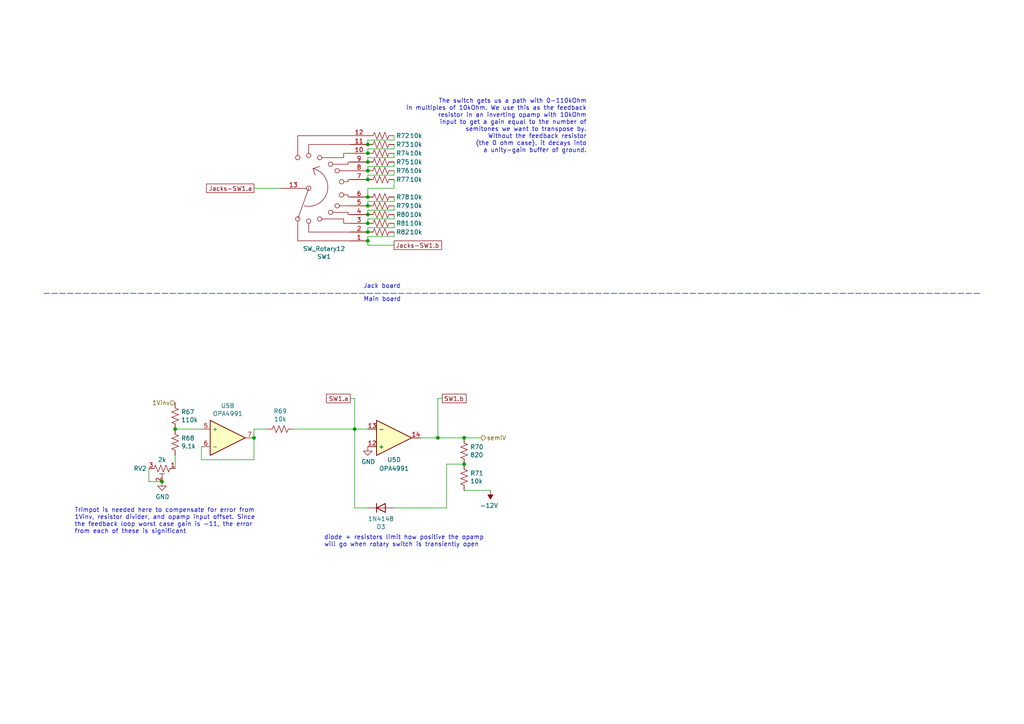
<source format=kicad_sch>
(kicad_sch (version 20211123) (generator eeschema)
  (paper "A4")
  (lib_symbols
    (symbol "Device:D" (pin_numbers hide) (pin_names (offset 1.016) hide)
      (property "Reference" "D" (at 0 2.54 0))
      (property "Value" "D" (at 0 -2.54 0))
      (symbol "D_0_1"
        (polyline (pts (xy -1.27 1.27) (xy -1.27 -1.27)) (stroke (width 0.254)))
        (polyline (pts (xy 1.27 0) (xy -1.27 0)))
        (polyline (pts (xy 1.27 1.27) (xy 1.27 -1.27) (xy -1.27 0) (xy 1.27 1.27)) (stroke (width 0.254)))
      )
      (symbol "D_1_1"
        (pin passive line (at -3.81 0 0) (length 2.54) (name "K") (number "1"))
        (pin passive line (at 3.81 0 180) (length 2.54) (name "A") (number "2"))
      )
    )
    (symbol "Device:Opamp_Quad_Generic"
      (property "Reference" "U" (at 0 5.08 0))
      (property "Value" "Device_Opamp_Quad_Generic" (at 0 -5.08 0))
      (symbol "Opamp_Quad_Generic_1_1"
        (polyline (pts (xy -5.08 5.08) (xy 5.08 0) (xy -5.08 -5.08) (xy -5.08 5.08)) (stroke (width 0.254)) (fill (type background)))
        (pin output line (at 7.62 0 180) (length 2.54) (name "~") (number "1"))
        (pin input line (at -7.62 -2.54 0) (length 2.54) (name "-") (number "2"))
        (pin input line (at -7.62 2.54 0) (length 2.54) (name "+") (number "3"))
      )
      (symbol "Opamp_Quad_Generic_2_1"
        (polyline (pts (xy -5.08 5.08) (xy 5.08 0) (xy -5.08 -5.08) (xy -5.08 5.08)) (stroke (width 0.254)) (fill (type background)))
        (pin input line (at -7.62 2.54 0) (length 2.54) (name "+") (number "5"))
        (pin input line (at -7.62 -2.54 0) (length 2.54) (name "-") (number "6"))
        (pin output line (at 7.62 0 180) (length 2.54) (name "~") (number "7"))
      )
      (symbol "Opamp_Quad_Generic_3_1"
        (polyline (pts (xy -5.08 5.08) (xy 5.08 0) (xy -5.08 -5.08) (xy -5.08 5.08)) (stroke (width 0.254)) (fill (type background)))
        (pin input line (at -7.62 2.54 0) (length 2.54) (name "+") (number "10"))
        (pin output line (at 7.62 0 180) (length 2.54) (name "~") (number "8"))
        (pin input line (at -7.62 -2.54 0) (length 2.54) (name "-") (number "9"))
      )
      (symbol "Opamp_Quad_Generic_4_1"
        (polyline (pts (xy -5.08 5.08) (xy 5.08 0) (xy -5.08 -5.08) (xy -5.08 5.08)) (stroke (width 0.254)) (fill (type background)))
        (pin input line (at -7.62 2.54 0) (length 2.54) (name "+") (number "12"))
        (pin input line (at -7.62 -2.54 0) (length 2.54) (name "-") (number "13"))
        (pin output line (at 7.62 0 180) (length 2.54) (name "~") (number "14"))
      )
      (symbol "Opamp_Quad_Generic_5_1"
        (pin power_in line (at -2.54 -7.62 90) (length 3.81) (name "V-") (number "11"))
        (pin power_in line (at -2.54 7.62 270) (length 3.81) (name "V+") (number "4"))
      )
    )
    (symbol "Device:R_POT_TRIM_US" (pin_names (offset 1.016) hide)
      (property "Reference" "RV" (at -4.445 0 90))
      (property "Value" "Device_R_POT_TRIM_US" (at -2.54 0 90))
      (symbol "R_POT_TRIM_US_0_1"
        (polyline (pts (xy 0 -2.286) (xy 0 -2.54)))
        (polyline (pts (xy 0 2.286) (xy 0 2.54)))
        (polyline (pts (xy 1.524 0.762) (xy 1.524 -0.762)))
        (polyline (pts (xy 2.54 0) (xy 1.524 0)))
        (polyline (pts (xy 0 -0.762) (xy 1.016 -1.143) (xy 0 -1.524) (xy -1.016 -1.905) (xy 0 -2.286)))
        (polyline (pts (xy 0 0.762) (xy 1.016 0.381) (xy 0 0) (xy -1.016 -0.381) (xy 0 -0.762)))
        (polyline (pts (xy 0 2.286) (xy 1.016 1.905) (xy 0 1.524) (xy -1.016 1.143) (xy 0 0.762)))
      )
      (symbol "R_POT_TRIM_US_1_1"
        (pin passive line (at 0 3.81 270) (length 1.27) (name "1") (number "1"))
        (pin passive line (at 3.81 0 180) (length 1.27) (name "2") (number "2"))
        (pin passive line (at 0 -3.81 90) (length 1.27) (name "3") (number "3"))
      )
    )
    (symbol "Device:R_US" (pin_numbers hide) (pin_names (offset 0))
      (property "Reference" "R" (at 2.54 0 90))
      (property "Value" "R_US" (at -2.54 0 90))
      (symbol "R_US_0_1"
        (polyline (pts (xy 0 -2.286) (xy 0 -2.54)))
        (polyline (pts (xy 0 2.286) (xy 0 2.54)))
        (polyline (pts (xy 0 -0.762) (xy 1.016 -1.143) (xy 0 -1.524) (xy -1.016 -1.905) (xy 0 -2.286)))
        (polyline (pts (xy 0 0.762) (xy 1.016 0.381) (xy 0 0) (xy -1.016 -0.381) (xy 0 -0.762)))
        (polyline (pts (xy 0 2.286) (xy 1.016 1.905) (xy 0 1.524) (xy -1.016 1.143) (xy 0 0.762)))
      )
      (symbol "R_US_1_1"
        (pin passive line (at 0 3.81 270) (length 1.27) (name "~") (number "1"))
        (pin passive line (at 0 -3.81 90) (length 1.27) (name "~") (number "2"))
      )
    )
    (symbol "Switch:SW_Rotary12" (pin_names (offset 1.016) hide)
      (property "Reference" "SW" (at 0 17.78 0))
      (property "Value" "SW_Rotary12" (at 0 -17.78 0))
      (symbol "SW_Rotary12_0_0"
        (circle (center -10.16 -8.89) (radius 0.635))
        (circle (center -10.16 8.89) (radius 0.635))
        (circle (center -6.985 -9.525) (radius 0.635))
        (circle (center -6.985 0) (radius 0.635))
        (circle (center -6.985 9.525) (radius 0.635))
        (arc (start -5.715 -5.715) (mid -1.6023 0.949) (end -8.255 5.08))
        (circle (center -3.81 -8.89) (radius 0.635))
        (circle (center -3.81 8.89) (radius 0.635))
        (circle (center -0.635 -6.985) (radius 0.635))
        (circle (center -0.635 6.985) (radius 0.635))
        (polyline (pts (xy -6.985 0) (xy -10.16 8.89)))
        (polyline (pts (xy -5.715 -5.715) (xy -5.08 -3.81)))
        (polyline (pts (xy -5.715 -5.715) (xy -3.81 -6.35)))
        (polyline (pts (xy 1.905 -5.08) (xy 5.08 -5.08)))
        (polyline (pts (xy 1.905 5.08) (xy 5.08 5.08)))
        (polyline (pts (xy -10.16 -9.525) (xy -10.16 -15.24) (xy 5.08 -15.24)))
        (polyline (pts (xy -10.16 9.525) (xy -10.16 15.24) (xy 5.08 15.24)))
        (polyline (pts (xy -6.985 -10.16) (xy -6.985 -12.7) (xy 5.08 -12.7)))
        (polyline (pts (xy -6.985 10.16) (xy -6.985 12.7) (xy 5.08 12.7)))
        (polyline (pts (xy -3.175 -8.89) (xy 3.175 -8.89) (xy 3.175 -10.16) (xy 5.08 -10.16)))
        (polyline (pts (xy -3.175 8.89) (xy 3.175 8.89) (xy 3.175 10.16) (xy 5.08 10.16)))
        (polyline (pts (xy 0 -6.985) (xy 4.445 -6.985) (xy 4.445 -7.62) (xy 5.08 -7.62)))
        (polyline (pts (xy 0 6.985) (xy 4.445 6.985) (xy 4.445 7.62) (xy 5.08 7.62)))
        (polyline (pts (xy 3.175 -1.905) (xy 4.445 -1.905) (xy 4.445 -2.54) (xy 5.08 -2.54)))
        (polyline (pts (xy 3.175 1.905) (xy 4.445 1.905) (xy 4.445 2.54) (xy 5.08 2.54)))
        (circle (center 1.27 -5.08) (radius 0.635))
        (circle (center 1.27 5.08) (radius 0.635))
        (circle (center 2.54 -1.905) (radius 0.635))
        (circle (center 2.54 1.905) (radius 0.635))
      )
      (symbol "SW_Rotary12_0_1"
        (pin passive line (at 10.16 15.24 180) (length 5.08) (name "1") (number "1"))
        (pin passive line (at 10.16 -10.16 180) (length 5.08) (name "10") (number "10"))
        (pin passive line (at 10.16 -12.7 180) (length 5.08) (name "11") (number "11"))
        (pin passive line (at 10.16 -15.24 180) (length 5.08) (name "12") (number "12"))
        (pin passive line (at -15.24 0 0) (length 7.62) (name "13") (number "13"))
        (pin passive line (at 10.16 12.7 180) (length 5.08) (name "2") (number "2"))
        (pin passive line (at 10.16 10.16 180) (length 5.08) (name "3") (number "3"))
        (pin passive line (at 10.16 7.62 180) (length 5.08) (name "4") (number "4"))
        (pin passive line (at 10.16 5.08 180) (length 5.08) (name "5") (number "5"))
        (pin passive line (at 10.16 2.54 180) (length 5.08) (name "6") (number "6"))
        (pin passive line (at 10.16 -2.54 180) (length 5.08) (name "7") (number "7"))
        (pin passive line (at 10.16 -5.08 180) (length 5.08) (name "8") (number "8"))
        (pin passive line (at 10.16 -7.62 180) (length 5.08) (name "9") (number "9"))
      )
    )
    (symbol "power:-12V" (power) (pin_names (offset 0))
      (property "Value" "-12V" (at 0 3.81 0))
      (symbol "-12V_0_0"
        (pin power_in line (at 0 0 90) (length 0) hide (name "-12V") (number "1"))
      )
      (symbol "-12V_0_1"
        (polyline (pts (xy 0 0) (xy 0 1.27) (xy 0.762 1.27) (xy 0 2.54) (xy -0.762 1.27) (xy 0 1.27)) (fill (type outline)))
      )
    )
    (symbol "power:GND" (power) (pin_names (offset 0))
      (property "Value" "GND" (at 0 -3.81 0))
      (symbol "GND_0_1"
        (polyline (pts (xy 0 0) (xy 0 -1.27) (xy 1.27 -1.27) (xy 0 -2.54) (xy -1.27 -1.27) (xy 0 -1.27)))
      )
      (symbol "GND_1_1"
        (pin power_in line (at 0 0 270) (length 0) hide (name "GND") (number "1"))
      )
    )
  )
  (junction (at 106.68 52.07))
  (junction (at 46.99 139.7))
  (junction (at 106.68 62.23))
  (junction (at 102.87 124.46))
  (junction (at 106.68 64.77))
  (junction (at 106.68 41.91))
  (junction (at 106.68 57.15))
  (junction (at 73.66 127))
  (junction (at 106.68 59.69))
  (junction (at 127 127))
  (junction (at 106.68 67.31))
  (junction (at 106.68 46.99))
  (junction (at 134.62 127))
  (junction (at 106.68 69.85))
  (junction (at 106.68 44.45))
  (junction (at 106.68 49.53))
  (junction (at 134.62 134.62))
  (junction (at 50.8 124.46))
  (wire (pts (xy 134.62 127) (xy 139.7 127)))
  (wire (pts (xy 106.68 48.26) (xy 114.3 48.26)))
  (wire (pts (xy 106.68 57.15) (xy 106.68 54.61)))
  (wire (pts (xy 106.68 59.69) (xy 106.68 58.42)))
  (wire (pts (xy 106.68 69.85) (xy 106.68 71.12)))
  (wire (pts (xy 114.3 48.26) (xy 114.3 46.99)))
  (wire (pts (xy 114.3 45.72) (xy 114.3 44.45)))
  (wire (pts (xy 106.68 63.5) (xy 114.3 63.5)))
  (wire (pts (xy 114.3 67.31) (xy 114.3 68.58)))
  (wire (pts (xy 114.3 40.64) (xy 114.3 39.37)))
  (wire (pts (xy 58.42 129.54) (xy 58.42 133.35)))
  (wire (pts (xy 127 127) (xy 134.62 127)))
  (wire (pts (xy 85.09 124.46) (xy 102.87 124.46)))
  (wire (pts (xy 106.68 58.42) (xy 114.3 58.42)))
  (wire (pts (xy 106.68 43.18) (xy 114.3 43.18)))
  (wire (pts (xy 106.68 44.45) (xy 106.68 43.18)))
  (wire (pts (xy 114.3 147.32) (xy 129.54 147.32)))
  (wire (pts (xy 134.62 142.24) (xy 142.24 142.24)))
  (wire (pts (xy 106.68 46.99) (xy 106.68 45.72)))
  (wire (pts (xy 102.87 124.46) (xy 102.87 147.32)))
  (wire (pts (xy 106.68 66.04) (xy 114.3 66.04)))
  (wire (pts (xy 106.68 62.23) (xy 106.68 60.96)))
  (wire (pts (xy 106.68 64.77) (xy 106.68 63.5)))
  (wire (pts (xy 106.68 41.91) (xy 106.68 40.64)))
  (wire (pts (xy 127 115.57) (xy 128.27 115.57)))
  (wire (pts (xy 43.18 139.7) (xy 46.99 139.7)))
  (wire (pts (xy 58.42 133.35) (xy 73.66 133.35)))
  (wire (pts (xy 114.3 54.61) (xy 114.3 52.07)))
  (wire (pts (xy 73.66 133.35) (xy 73.66 127)))
  (wire (pts (xy 114.3 60.96) (xy 114.3 59.69)))
  (wire (pts (xy 102.87 147.32) (xy 106.68 147.32)))
  (wire (pts (xy 129.54 134.62) (xy 134.62 134.62)))
  (wire (pts (xy 121.92 127) (xy 127 127)))
  (wire (pts (xy 102.87 115.57) (xy 101.6 115.57)))
  (wire (pts (xy 106.68 71.12) (xy 114.3 71.12)))
  (wire (pts (xy 114.3 43.18) (xy 114.3 41.91)))
  (wire (pts (xy 114.3 68.58) (xy 106.68 68.58)))
  (wire (pts (xy 114.3 63.5) (xy 114.3 62.23)))
  (wire (pts (xy 81.28 54.61) (xy 73.66 54.61)))
  (wire (pts (xy 106.68 52.07) (xy 106.68 50.8)))
  (wire (pts (xy 106.68 67.31) (xy 106.68 66.04)))
  (wire (pts (xy 114.3 58.42) (xy 114.3 57.15)))
  (wire (pts (xy 127 115.57) (xy 127 127)))
  (wire (pts (xy 106.68 49.53) (xy 106.68 48.26)))
  (wire (pts (xy 50.8 124.46) (xy 58.42 124.46)))
  (polyline (pts (xy 12.7 85.09) (xy 284.48 85.09)))
  (wire (pts (xy 50.8 135.89) (xy 50.8 132.08)))
  (wire (pts (xy 129.54 147.32) (xy 129.54 134.62)))
  (wire (pts (xy 114.3 66.04) (xy 114.3 64.77)))
  (wire (pts (xy 77.47 124.46) (xy 73.66 124.46)))
  (wire (pts (xy 106.68 60.96) (xy 114.3 60.96)))
  (wire (pts (xy 102.87 115.57) (xy 102.87 124.46)))
  (wire (pts (xy 102.87 124.46) (xy 106.68 124.46)))
  (wire (pts (xy 106.68 45.72) (xy 114.3 45.72)))
  (wire (pts (xy 43.18 135.89) (xy 43.18 139.7)))
  (wire (pts (xy 106.68 40.64) (xy 114.3 40.64)))
  (wire (pts (xy 73.66 124.46) (xy 73.66 127)))
  (wire (pts (xy 106.68 54.61) (xy 114.3 54.61)))
  (wire (pts (xy 114.3 50.8) (xy 114.3 49.53)))
  (wire (pts (xy 106.68 50.8) (xy 114.3 50.8)))
  (wire (pts (xy 106.68 68.58) (xy 106.68 69.85)))
  (text "diode + resistors limit how positive the opamp\nwill go when rotary switch is transiently open" (at 93.98 158.75 0) (effects (font (size 1.27 1.27)) (justify left bottom)))
  (text "Trimpot is needed here to compensate for error from\n1Vinv, resistor divider, and opamp input offset. Since\nthe feedback loop worst case gain is -11, the error\nfrom each of these is significant" (at 21.59 154.94 0) (effects (font (size 1.27 1.27)) (justify left bottom)))
  (text "Jack board" (at 105.41 83.82 0) (effects (font (size 1.27 1.27)) (justify left bottom)))
  (text "Main board" (at 105.41 87.63 0) (effects (font (size 1.27 1.27)) (justify left bottom)))
  (text "The switch gets us a path with 0-110kOhm\nin multiples of 10kOhm. We use this as the feedback\nresistor in an inverting opamp with 10kOhm\ninput to get a gain equal to the number of\nsemitones we want to transpose by.\nWithout the feedback resistor\n(the 0 ohm case), it decays into\na unity-gain buffer of ground." (at 170.18 44.45 0) (effects (font (size 1.27 1.27)) (justify right bottom)))
  (global_label "SW1.a" (shape passive) (at 101.6 115.57 180) (property "Intersheet References" "${INTERSHEET_REFS}" (effects hide)))
  (global_label "Jacks-SW1.b" (shape passive) (at 114.3 71.12 0) (property "Intersheet References" "${INTERSHEET_REFS}" (effects hide)))
  (global_label "Jacks-SW1.a" (shape passive) (at 73.66 54.61 180) (property "Intersheet References" "${INTERSHEET_REFS}" (effects hide)))
  (global_label "SW1.b" (shape passive) (at 128.27 115.57 0) (property "Intersheet References" "${INTERSHEET_REFS}" (effects hide)))
  (hierarchical_label "semiV" (shape output) (at 139.7 127 0))
  (hierarchical_label "1Vinv" (shape input) (at 50.8 116.84 180))
  (symbol (lib_id "Device:D") (at 110.49 147.32 0) (mirror x) (unit 1)
    (property "Reference" "D3" (at 110.49 152.8064 0))
    (property "Value" "1N4148" (at 110.49 150.495 0))
    (property "Footprint" "Diode_SMD:D_SOD-123" (effects hide))
  )
  (symbol (lib_id "Device:R_US") (at 134.62 130.81 0) (unit 1)
    (property "Reference" "R70" (at 136.3472 129.6416 0) (effects (justify left)))
    (property "Value" "820" (at 136.3472 131.953 0) (effects (justify left)))
    (property "Footprint" "Resistor_SMD:R_0603_1608Metric_Pad0.98x0.95mm_HandSolder" (effects hide))
    (property "Tolerance" "1%" (effects hide))
  )
  (symbol (lib_id "Device:R_US") (at 134.62 138.43 0) (unit 1)
    (property "Reference" "R71" (at 136.3472 137.2616 0) (effects (justify left)))
    (property "Value" "10k" (at 136.3472 139.573 0) (effects (justify left)))
    (property "Footprint" "Resistor_SMD:R_0603_1608Metric_Pad0.98x0.95mm_HandSolder" (effects hide))
    (property "Tolerance" "1%" (effects hide))
  )
  (symbol (lib_id "Device:R_POT_TRIM_US") (at 46.99 135.89 270) (unit 1)
    (property "Reference" "RV2" (at 40.64 135.89 90))
    (property "Value" "2k" (at 46.99 133.35 90))
    (property "Footprint" "Potentiometer_THT:Potentiometer_Bourns_3296W_Vertical" (effects hide))
    (property "Tolerance" "10%" (effects hide))
    (property "Suggested Part" "Bourns 3296W" (effects hide))
  )
  (symbol (lib_id "Device:R_US") (at 110.49 67.31 90) (unit 1)
    (property "Reference" "R82" (at 116.84 67.31 90))
    (property "Value" "10k" (at 120.65 67.31 90))
    (property "Footprint" "Resistor_SMD:R_0603_1608Metric_Pad0.98x0.95mm_HandSolder" (effects hide))
    (property "Tolerance" "0.1%" (effects hide))
  )
  (symbol (lib_id "Device:R_US") (at 110.49 64.77 90) (unit 1)
    (property "Reference" "R81" (at 116.84 64.77 90))
    (property "Value" "10k" (at 120.65 64.77 90))
    (property "Footprint" "Resistor_SMD:R_0603_1608Metric_Pad0.98x0.95mm_HandSolder" (effects hide))
    (property "Tolerance" "0.1%" (effects hide))
  )
  (symbol (lib_id "Device:R_US") (at 110.49 62.23 90) (unit 1)
    (property "Reference" "R80" (at 116.84 62.23 90))
    (property "Value" "10k" (at 120.65 62.23 90))
    (property "Footprint" "Resistor_SMD:R_0603_1608Metric_Pad0.98x0.95mm_HandSolder" (effects hide))
    (property "Tolerance" "0.1%" (effects hide))
  )
  (symbol (lib_id "Device:R_US") (at 110.49 59.69 90) (unit 1)
    (property "Reference" "R79" (at 116.84 59.69 90))
    (property "Value" "10k" (at 120.65 59.69 90))
    (property "Footprint" "Resistor_SMD:R_0603_1608Metric_Pad0.98x0.95mm_HandSolder" (effects hide))
    (property "Tolerance" "0.1%" (effects hide))
  )
  (symbol (lib_id "Device:R_US") (at 110.49 57.15 90) (unit 1)
    (property "Reference" "R78" (at 116.84 57.15 90))
    (property "Value" "10k" (at 120.65 57.15 90))
    (property "Footprint" "Resistor_SMD:R_0603_1608Metric_Pad0.98x0.95mm_HandSolder" (effects hide))
    (property "Tolerance" "0.1%" (effects hide))
  )
  (symbol (lib_id "Device:R_US") (at 110.49 52.07 90) (unit 1)
    (property "Reference" "R77" (at 116.84 52.07 90))
    (property "Value" "10k" (at 120.65 52.07 90))
    (property "Footprint" "Resistor_SMD:R_0603_1608Metric_Pad0.98x0.95mm_HandSolder" (effects hide))
    (property "Tolerance" "0.1%" (effects hide))
  )
  (symbol (lib_id "Device:R_US") (at 110.49 49.53 90) (unit 1)
    (property "Reference" "R76" (at 116.84 49.53 90))
    (property "Value" "10k" (at 120.65 49.53 90))
    (property "Footprint" "Resistor_SMD:R_0603_1608Metric_Pad0.98x0.95mm_HandSolder" (effects hide))
    (property "Tolerance" "0.1%" (effects hide))
  )
  (symbol (lib_id "Device:R_US") (at 110.49 46.99 90) (unit 1)
    (property "Reference" "R75" (at 116.84 46.99 90))
    (property "Value" "10k" (at 120.65 46.99 90))
    (property "Footprint" "Resistor_SMD:R_0603_1608Metric_Pad0.98x0.95mm_HandSolder" (effects hide))
    (property "Tolerance" "0.1%" (effects hide))
  )
  (symbol (lib_id "Device:R_US") (at 110.49 44.45 90) (unit 1)
    (property "Reference" "R74" (at 116.84 44.45 90))
    (property "Value" "10k" (at 120.65 44.45 90))
    (property "Footprint" "Resistor_SMD:R_0603_1608Metric_Pad0.98x0.95mm_HandSolder" (effects hide))
    (property "Tolerance" "0.1%" (effects hide))
  )
  (symbol (lib_id "Device:R_US") (at 110.49 41.91 90) (unit 1)
    (property "Reference" "R73" (at 116.84 41.91 90))
    (property "Value" "10k" (at 120.65 41.91 90))
    (property "Footprint" "Resistor_SMD:R_0603_1608Metric_Pad0.98x0.95mm_HandSolder" (effects hide))
    (property "Tolerance" "0.1%" (effects hide))
  )
  (symbol (lib_id "Device:R_US") (at 110.49 39.37 90) (unit 1)
    (property "Reference" "R72" (at 116.84 39.37 90))
    (property "Value" "10k" (at 120.65 39.37 90))
    (property "Footprint" "Resistor_SMD:R_0603_1608Metric_Pad0.98x0.95mm_HandSolder" (effects hide))
    (property "Tolerance" "0.1%" (effects hide))
  )
  (symbol (lib_id "power:-12V") (at 142.24 142.24 180) (unit 1)
    (property "Reference" "#PWR01" (effects hide))
    (property "Value" "-12V" (at 141.859 146.6342 0))
  )
  (symbol (lib_id "Switch:SW_Rotary12") (at 96.52 54.61 0) (mirror x) (unit 1)
    (property "Reference" "SW1" (at 93.98 74.4474 0))
    (property "Value" "SW_Rotary12" (at 93.98 72.136 0))
    (property "Footprint" "transpsoe:MC12xxxCxx" (effects hide))
    (property "Datasheet" "https://www.ckswitches.com/media/1353/m.pdf" (effects hide))
    (property "Suggested Part" "Any of CK's MC12xxNCxx, MC00xxNCxx, or MG00xxNCxx. I recommended one of the 00s, since they can move between positions 12 and 1 in one click. I like the D-shaft ones due to ease of alignment of indicators" (effects hide))
    (property "Notes" "You will likely want to buy a 1/4in to 1/8in shaft adapter. I used https://www.amplifiedparts.com/products/potentiometer-adapter-sleeve-converts-125-shaft-14" (effects hide))
  )
  (symbol (lib_id "Device:Opamp_Quad_Generic") (at 114.3 127 0) (mirror x) (unit 4)
    (property "Reference" "U5" (at 114.3 133.35 0))
    (property "Value" "OPA4991" (at 114.3 135.89 0))
    (property "Footprint" "Package_SO:SOIC-14_3.9x8.7mm_P1.27mm" (effects hide))
    (property "Datasheet" "https://www.ti.com/lit/ds/symlink/opa4991.pdf" (effects hide))
    (property "Suggested Part" "OPA4991QDRQ1" (effects hide))
  )
  (symbol (lib_id "power:GND") (at 106.68 129.54 0) (unit 1)
    (property "Reference" "#PWR0102" (effects hide))
    (property "Value" "GND" (at 106.807 133.9342 0))
  )
  (symbol (lib_id "Device:R_US") (at 81.28 124.46 270) (unit 1)
    (property "Reference" "R69" (at 81.28 119.253 90))
    (property "Value" "10k" (at 81.28 121.5644 90))
    (property "Footprint" "Resistor_SMD:R_0603_1608Metric_Pad0.98x0.95mm_HandSolder" (effects hide))
    (property "Tolerance" "0.1%" (effects hide))
  )
  (symbol (lib_id "Device:R_US") (at 50.8 120.65 180) (unit 1)
    (property "Reference" "R67" (at 52.5272 119.4816 0) (effects (justify right)))
    (property "Value" "110k" (at 52.5272 121.793 0) (effects (justify right)))
    (property "Footprint" "Resistor_SMD:R_0603_1608Metric_Pad0.98x0.95mm_HandSolder" (effects hide))
    (property "Tolerance" "1%, low temp co" (effects hide))
  )
  (symbol (lib_id "Device:R_US") (at 50.8 128.27 180) (unit 1)
    (property "Reference" "R68" (at 52.5272 127.1016 0) (effects (justify right)))
    (property "Value" "9.1k" (at 52.5272 129.413 0) (effects (justify right)))
    (property "Footprint" "Resistor_SMD:R_0603_1608Metric_Pad0.98x0.95mm_HandSolder" (effects hide))
    (property "Tolerance" "1%" (effects hide))
  )
  (symbol (lib_id "power:GND") (at 46.99 139.7 0) (unit 1)
    (property "Reference" "#PWR0103" (effects hide))
    (property "Value" "GND" (at 47.117 144.0942 0))
  )
  (symbol (lib_id "Device:Opamp_Quad_Generic") (at 66.04 127 0) (unit 2)
    (property "Reference" "U5" (at 66.04 117.6782 0))
    (property "Value" "OPA4991" (at 66.04 119.9896 0))
    (property "Footprint" "Package_SO:SOIC-14_3.9x8.7mm_P1.27mm" (effects hide))
    (property "Datasheet" "https://www.ti.com/lit/ds/symlink/opa4991.pdf" (effects hide))
    (property "Suggested Part" "OPA4991QDRQ1" (effects hide))
  )
)
</source>
